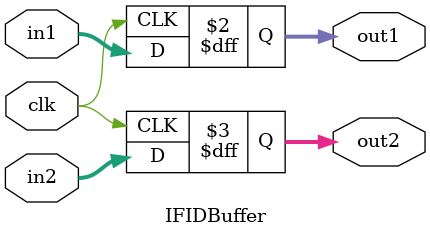
<source format=v>
module IFIDBuffer(clk, in1, in2, out1, out2);
    //initialize variables
    input clk;
    input [31:0] in1;
    input [31:0] in2;
    output reg [31:0] out1;
    output reg [31:0] out2;
    
    //on positive edge of clock, pass inputs directly into outputs
    always@(posedge clk)
    begin
        out1=in1;
        out2=in2;
    end

endmodule
</source>
